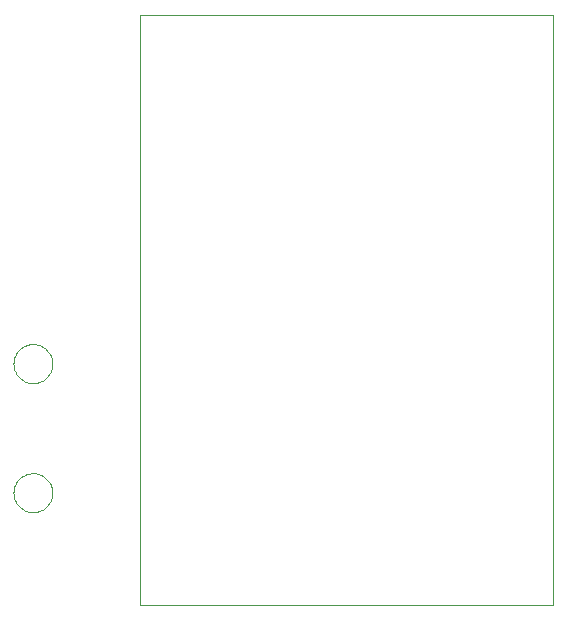
<source format=gm1>
G75*
%MOIN*%
%OFA0B0*%
%FSLAX24Y24*%
%IPPOS*%
%LPD*%
%AMOC8*
5,1,8,0,0,1.08239X$1,22.5*
%
%ADD10C,0.0000*%
D10*
X000830Y004250D02*
X000832Y004300D01*
X000838Y004350D01*
X000848Y004400D01*
X000861Y004448D01*
X000878Y004496D01*
X000899Y004542D01*
X000923Y004586D01*
X000951Y004628D01*
X000982Y004668D01*
X001016Y004705D01*
X001053Y004740D01*
X001092Y004771D01*
X001133Y004800D01*
X001177Y004825D01*
X001223Y004847D01*
X001270Y004865D01*
X001318Y004879D01*
X001367Y004890D01*
X001417Y004897D01*
X001467Y004900D01*
X001518Y004899D01*
X001568Y004894D01*
X001618Y004885D01*
X001666Y004873D01*
X001714Y004856D01*
X001760Y004836D01*
X001805Y004813D01*
X001848Y004786D01*
X001888Y004756D01*
X001926Y004723D01*
X001961Y004687D01*
X001994Y004648D01*
X002023Y004607D01*
X002049Y004564D01*
X002072Y004519D01*
X002091Y004472D01*
X002106Y004424D01*
X002118Y004375D01*
X002126Y004325D01*
X002130Y004275D01*
X002130Y004225D01*
X002126Y004175D01*
X002118Y004125D01*
X002106Y004076D01*
X002091Y004028D01*
X002072Y003981D01*
X002049Y003936D01*
X002023Y003893D01*
X001994Y003852D01*
X001961Y003813D01*
X001926Y003777D01*
X001888Y003744D01*
X001848Y003714D01*
X001805Y003687D01*
X001760Y003664D01*
X001714Y003644D01*
X001666Y003627D01*
X001618Y003615D01*
X001568Y003606D01*
X001518Y003601D01*
X001467Y003600D01*
X001417Y003603D01*
X001367Y003610D01*
X001318Y003621D01*
X001270Y003635D01*
X001223Y003653D01*
X001177Y003675D01*
X001133Y003700D01*
X001092Y003729D01*
X001053Y003760D01*
X001016Y003795D01*
X000982Y003832D01*
X000951Y003872D01*
X000923Y003914D01*
X000899Y003958D01*
X000878Y004004D01*
X000861Y004052D01*
X000848Y004100D01*
X000838Y004150D01*
X000832Y004200D01*
X000830Y004250D01*
X005034Y000502D02*
X005034Y020187D01*
X018813Y020187D01*
X018813Y000502D01*
X005034Y000502D01*
X000830Y008554D02*
X000832Y008604D01*
X000838Y008654D01*
X000848Y008704D01*
X000861Y008752D01*
X000878Y008800D01*
X000899Y008846D01*
X000923Y008890D01*
X000951Y008932D01*
X000982Y008972D01*
X001016Y009009D01*
X001053Y009044D01*
X001092Y009075D01*
X001133Y009104D01*
X001177Y009129D01*
X001223Y009151D01*
X001270Y009169D01*
X001318Y009183D01*
X001367Y009194D01*
X001417Y009201D01*
X001467Y009204D01*
X001518Y009203D01*
X001568Y009198D01*
X001618Y009189D01*
X001666Y009177D01*
X001714Y009160D01*
X001760Y009140D01*
X001805Y009117D01*
X001848Y009090D01*
X001888Y009060D01*
X001926Y009027D01*
X001961Y008991D01*
X001994Y008952D01*
X002023Y008911D01*
X002049Y008868D01*
X002072Y008823D01*
X002091Y008776D01*
X002106Y008728D01*
X002118Y008679D01*
X002126Y008629D01*
X002130Y008579D01*
X002130Y008529D01*
X002126Y008479D01*
X002118Y008429D01*
X002106Y008380D01*
X002091Y008332D01*
X002072Y008285D01*
X002049Y008240D01*
X002023Y008197D01*
X001994Y008156D01*
X001961Y008117D01*
X001926Y008081D01*
X001888Y008048D01*
X001848Y008018D01*
X001805Y007991D01*
X001760Y007968D01*
X001714Y007948D01*
X001666Y007931D01*
X001618Y007919D01*
X001568Y007910D01*
X001518Y007905D01*
X001467Y007904D01*
X001417Y007907D01*
X001367Y007914D01*
X001318Y007925D01*
X001270Y007939D01*
X001223Y007957D01*
X001177Y007979D01*
X001133Y008004D01*
X001092Y008033D01*
X001053Y008064D01*
X001016Y008099D01*
X000982Y008136D01*
X000951Y008176D01*
X000923Y008218D01*
X000899Y008262D01*
X000878Y008308D01*
X000861Y008356D01*
X000848Y008404D01*
X000838Y008454D01*
X000832Y008504D01*
X000830Y008554D01*
M02*

</source>
